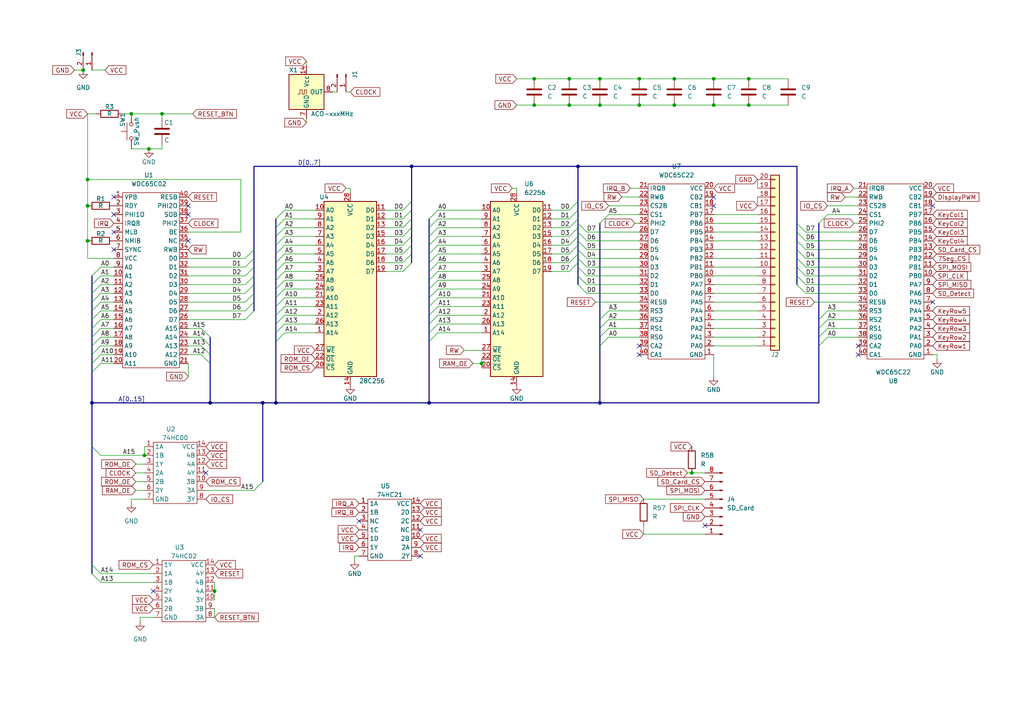
<source format=kicad_sch>
(kicad_sch (version 20230121) (generator eeschema)
  (paper "A4")
  (bus_alias "Address" (members "A0" "A1" "A2" "A3" "A4" "A5" "A6" "A7" "A8" "A9" "A10" "A11" "A12" "A13" "A14" "A15"))
  (junction (at 139.7 105.41))
  (junction (at 24.13 20.32))
  (junction (at 165.1 30.48))
  (junction (at 60.96 116.84))
  (junction (at 62.23 171.45))
  (junction (at 154.94 30.48))
  (junction (at 25.4 69.85))
  (junction (at 41.91 132.08))
  (junction (at 26.67 116.84))
  (junction (at 167.64 48.26))
  (junction (at 76.2 116.84))
  (junction (at 173.99 22.86))
  (junction (at 80.01 116.84))
  (junction (at 43.18 43.18))
  (junction (at 165.1 22.86))
  (junction (at 119.38 48.26))
  (junction (at 124.46 116.84))
  (junction (at 173.99 30.48))
  (junction (at 185.42 30.48))
  (junction (at 185.42 22.86))
  (junction (at 207.01 30.48))
  (junction (at 217.17 30.48))
  (junction (at 173.99 116.84))
  (junction (at 25.4 59.69))
  (junction (at 25.4 52.07))
  (junction (at 200.66 137.16))
  (junction (at 217.17 22.86))
  (junction (at 207.01 22.86))
  (junction (at 195.58 30.48))
  (junction (at 46.99 33.02))
  (junction (at 38.1 33.02))
  (junction (at 154.94 22.86))
  (junction (at 195.58 22.86))
  (no_connect (at 207.01 57.15))
  (no_connect (at 33.02 62.23))
  (no_connect (at 270.51 87.63))
  (no_connect (at 207.01 59.69))
  (no_connect (at 270.51 59.69))
  (no_connect (at 104.14 151.13))
  (no_connect (at 121.92 153.67))
  (no_connect (at 185.42 102.87))
  (no_connect (at 248.92 100.33))
  (no_connect (at 33.02 57.15))
  (no_connect (at 44.45 171.45))
  (no_connect (at 54.61 62.23))
  (no_connect (at 185.42 100.33))
  (no_connect (at 54.61 69.85))
  (no_connect (at 59.69 137.16))
  (no_connect (at 248.92 102.87))
  (no_connect (at 204.47 152.4))
  (no_connect (at 54.61 59.69))
  (no_connect (at 33.02 72.39))
  (no_connect (at 121.92 161.29))
  (no_connect (at 33.02 67.31))
  (bus_entry (at 165.1 60.96) (size 2.54 -2.54))
  (bus_entry (at 80.01 63.5) (size 2.54 -2.54))
  (bus_entry (at 73.66 142.24) (size 2.54 -2.54))
  (bus_entry (at 124.46 91.44) (size 2.54 -2.54))
  (bus_entry (at 26.67 163.83) (size 2.54 2.54))
  (bus_entry (at 71.12 77.47) (size 2.54 -2.54))
  (bus_entry (at 124.46 73.66) (size 2.54 -2.54))
  (bus_entry (at 231.14 80.01) (size 2.54 2.54))
  (bus_entry (at 80.01 76.2) (size 2.54 -2.54))
  (bus_entry (at 80.01 86.36) (size 2.54 -2.54))
  (bus_entry (at 26.67 92.71) (size 2.54 -2.54))
  (bus_entry (at 80.01 68.58) (size 2.54 -2.54))
  (bus_entry (at 165.1 76.2) (size 2.54 -2.54))
  (bus_entry (at 80.01 78.74) (size 2.54 -2.54))
  (bus_entry (at 80.01 83.82) (size 2.54 -2.54))
  (bus_entry (at 165.1 66.04) (size 2.54 -2.54))
  (bus_entry (at 173.99 64.77) (size 2.54 -2.54))
  (bus_entry (at 237.49 95.25) (size 2.54 -2.54))
  (bus_entry (at 231.14 64.77) (size 2.54 2.54))
  (bus_entry (at 167.64 67.31) (size 2.54 2.54))
  (bus_entry (at 167.64 82.55) (size 2.54 2.54))
  (bus_entry (at 119.38 71.12) (size -2.54 2.54))
  (bus_entry (at 237.49 64.77) (size 2.54 -2.54))
  (bus_entry (at 26.67 166.37) (size 2.54 2.54))
  (bus_entry (at 231.14 77.47) (size 2.54 2.54))
  (bus_entry (at 119.38 66.04) (size -2.54 2.54))
  (bus_entry (at 119.38 76.2) (size -2.54 2.54))
  (bus_entry (at 124.46 76.2) (size 2.54 -2.54))
  (bus_entry (at 237.49 100.33) (size 2.54 -2.54))
  (bus_entry (at 165.1 71.12) (size 2.54 -2.54))
  (bus_entry (at 231.14 82.55) (size 2.54 2.54))
  (bus_entry (at 167.64 74.93) (size 2.54 2.54))
  (bus_entry (at 119.38 68.58) (size -2.54 2.54))
  (bus_entry (at 71.12 74.93) (size 2.54 -2.54))
  (bus_entry (at 26.67 82.55) (size 2.54 -2.54))
  (bus_entry (at 26.67 107.95) (size 2.54 -2.54))
  (bus_entry (at 124.46 99.06) (size 2.54 -2.54))
  (bus_entry (at 80.01 91.44) (size 2.54 -2.54))
  (bus_entry (at 165.1 63.5) (size 2.54 -2.54))
  (bus_entry (at 231.14 69.85) (size 2.54 2.54))
  (bus_entry (at 71.12 90.17) (size 2.54 -2.54))
  (bus_entry (at 237.49 97.79) (size 2.54 -2.54))
  (bus_entry (at 26.67 90.17) (size 2.54 -2.54))
  (bus_entry (at 26.67 85.09) (size 2.54 -2.54))
  (bus_entry (at 173.99 100.33) (size 2.54 -2.54))
  (bus_entry (at 71.12 85.09) (size 2.54 -2.54))
  (bus_entry (at 71.12 87.63) (size 2.54 -2.54))
  (bus_entry (at 124.46 96.52) (size 2.54 -2.54))
  (bus_entry (at 26.67 95.25) (size 2.54 -2.54))
  (bus_entry (at 119.38 63.5) (size -2.54 2.54))
  (bus_entry (at 26.67 102.87) (size 2.54 -2.54))
  (bus_entry (at 71.12 82.55) (size 2.54 -2.54))
  (bus_entry (at 124.46 93.98) (size 2.54 -2.54))
  (bus_entry (at 167.64 80.01) (size 2.54 2.54))
  (bus_entry (at 26.67 87.63) (size 2.54 -2.54))
  (bus_entry (at 124.46 63.5) (size 2.54 -2.54))
  (bus_entry (at 124.46 81.28) (size 2.54 -2.54))
  (bus_entry (at 167.64 69.85) (size 2.54 2.54))
  (bus_entry (at 26.67 100.33) (size 2.54 -2.54))
  (bus_entry (at 165.1 78.74) (size 2.54 -2.54))
  (bus_entry (at 165.1 68.58) (size 2.54 -2.54))
  (bus_entry (at 26.67 129.54) (size 2.54 2.54))
  (bus_entry (at 26.67 105.41) (size 2.54 -2.54))
  (bus_entry (at 124.46 66.04) (size 2.54 -2.54))
  (bus_entry (at 173.99 97.79) (size 2.54 -2.54))
  (bus_entry (at 167.64 64.77) (size 2.54 2.54))
  (bus_entry (at 80.01 66.04) (size 2.54 -2.54))
  (bus_entry (at 119.38 73.66) (size -2.54 2.54))
  (bus_entry (at 167.64 72.39) (size 2.54 2.54))
  (bus_entry (at 80.01 99.06) (size 2.54 -2.54))
  (bus_entry (at 173.99 95.25) (size 2.54 -2.54))
  (bus_entry (at 58.42 95.25) (size 2.54 2.54))
  (bus_entry (at 173.99 92.71) (size 2.54 -2.54))
  (bus_entry (at 124.46 78.74) (size 2.54 -2.54))
  (bus_entry (at 231.14 74.93) (size 2.54 2.54))
  (bus_entry (at 58.42 97.79) (size 2.54 2.54))
  (bus_entry (at 124.46 83.82) (size 2.54 -2.54))
  (bus_entry (at 26.67 97.79) (size 2.54 -2.54))
  (bus_entry (at 124.46 86.36) (size 2.54 -2.54))
  (bus_entry (at 71.12 92.71) (size 2.54 -2.54))
  (bus_entry (at 80.01 93.98) (size 2.54 -2.54))
  (bus_entry (at 71.12 80.01) (size 2.54 -2.54))
  (bus_entry (at 124.46 68.58) (size 2.54 -2.54))
  (bus_entry (at 119.38 58.42) (size -2.54 2.54))
  (bus_entry (at 124.46 71.12) (size 2.54 -2.54))
  (bus_entry (at 58.42 100.33) (size 2.54 2.54))
  (bus_entry (at 80.01 96.52) (size 2.54 -2.54))
  (bus_entry (at 80.01 81.28) (size 2.54 -2.54))
  (bus_entry (at 165.1 73.66) (size 2.54 -2.54))
  (bus_entry (at 80.01 88.9) (size 2.54 -2.54))
  (bus_entry (at 58.42 102.87) (size 2.54 2.54))
  (bus_entry (at 119.38 60.96) (size -2.54 2.54))
  (bus_entry (at 80.01 73.66) (size 2.54 -2.54))
  (bus_entry (at 80.01 71.12) (size 2.54 -2.54))
  (bus_entry (at 26.67 80.01) (size 2.54 -2.54))
  (bus_entry (at 231.14 72.39) (size 2.54 2.54))
  (bus_entry (at 124.46 88.9) (size 2.54 -2.54))
  (bus_entry (at 237.49 92.71) (size 2.54 -2.54))
  (bus_entry (at 167.64 77.47) (size 2.54 2.54))
  (bus_entry (at 231.14 67.31) (size 2.54 2.54))
  (bus (pts (xy 167.64 48.26) (xy 167.64 58.42)))
  (bus (pts (xy 124.46 83.82) (xy 124.46 86.36)))
  (bus (pts (xy 80.01 96.52) (xy 80.01 99.06)))
  (wire (pts (xy 54.61 80.01) (xy 71.12 80.01)))
  (wire (pts (xy 82.55 81.28) (xy 91.44 81.28)))
  (bus (pts (xy 231.14 67.31) (xy 231.14 69.85)))
  (wire (pts (xy 207.01 95.25) (xy 219.71 95.25)))
  (wire (pts (xy 127 60.96) (xy 139.7 60.96)))
  (bus (pts (xy 73.66 72.39) (xy 73.66 74.93)))
  (wire (pts (xy 240.03 59.69) (xy 248.92 59.69)))
  (bus (pts (xy 26.67 105.41) (xy 26.67 107.95)))
  (bus (pts (xy 80.01 73.66) (xy 80.01 76.2)))
  (wire (pts (xy 207.01 92.71) (xy 219.71 92.71)))
  (wire (pts (xy 160.02 63.5) (xy 165.1 63.5)))
  (wire (pts (xy 233.68 69.85) (xy 248.92 69.85)))
  (wire (pts (xy 46.99 33.02) (xy 55.88 33.02)))
  (bus (pts (xy 119.38 71.12) (xy 119.38 73.66)))
  (wire (pts (xy 29.21 92.71) (xy 33.02 92.71)))
  (wire (pts (xy 207.01 90.17) (xy 219.71 90.17)))
  (bus (pts (xy 167.64 80.01) (xy 167.64 82.55)))
  (wire (pts (xy 62.23 176.53) (xy 62.23 179.07)))
  (wire (pts (xy 29.21 102.87) (xy 33.02 102.87)))
  (wire (pts (xy 137.16 105.41) (xy 139.7 105.41)))
  (wire (pts (xy 240.03 90.17) (xy 248.92 90.17)))
  (wire (pts (xy 160.02 76.2) (xy 165.1 76.2)))
  (wire (pts (xy 127 66.04) (xy 139.7 66.04)))
  (bus (pts (xy 80.01 86.36) (xy 80.01 88.9)))
  (wire (pts (xy 165.1 30.48) (xy 173.99 30.48)))
  (wire (pts (xy 185.42 22.86) (xy 195.58 22.86)))
  (wire (pts (xy 160.02 73.66) (xy 165.1 73.66)))
  (bus (pts (xy 73.66 48.26) (xy 119.38 48.26)))
  (wire (pts (xy 217.17 30.48) (xy 228.6 30.48)))
  (wire (pts (xy 207.01 77.47) (xy 219.71 77.47)))
  (wire (pts (xy 54.61 82.55) (xy 71.12 82.55)))
  (wire (pts (xy 111.76 73.66) (xy 116.84 73.66)))
  (wire (pts (xy 54.61 90.17) (xy 71.12 90.17)))
  (bus (pts (xy 231.14 64.77) (xy 231.14 67.31)))
  (wire (pts (xy 96.52 26.67) (xy 97.79 26.67)))
  (wire (pts (xy 204.47 144.78) (xy 186.69 144.78)))
  (bus (pts (xy 80.01 63.5) (xy 80.01 66.04)))
  (wire (pts (xy 207.01 69.85) (xy 219.71 69.85)))
  (bus (pts (xy 60.96 105.41) (xy 60.96 116.84)))
  (wire (pts (xy 219.71 57.15) (xy 219.71 59.69)))
  (wire (pts (xy 207.01 64.77) (xy 219.71 64.77)))
  (bus (pts (xy 80.01 76.2) (xy 80.01 78.74)))
  (wire (pts (xy 30.48 20.32) (xy 26.67 20.32)))
  (wire (pts (xy 29.21 105.41) (xy 33.02 105.41)))
  (bus (pts (xy 119.38 73.66) (xy 119.38 76.2)))
  (bus (pts (xy 167.64 67.31) (xy 167.64 68.58)))
  (bus (pts (xy 237.49 64.77) (xy 237.49 92.71)))
  (wire (pts (xy 43.18 43.18) (xy 46.99 43.18)))
  (bus (pts (xy 76.2 139.7) (xy 76.2 116.84)))
  (bus (pts (xy 124.46 78.74) (xy 124.46 81.28)))
  (wire (pts (xy 127 96.52) (xy 139.7 96.52)))
  (bus (pts (xy 60.96 102.87) (xy 60.96 105.41)))
  (wire (pts (xy 127 81.28) (xy 139.7 81.28)))
  (bus (pts (xy 124.46 81.28) (xy 124.46 83.82)))
  (wire (pts (xy 170.18 72.39) (xy 185.42 72.39)))
  (wire (pts (xy 25.4 59.69) (xy 25.4 69.85)))
  (wire (pts (xy 127 83.82) (xy 139.7 83.82)))
  (wire (pts (xy 185.42 87.63) (xy 172.72 87.63)))
  (wire (pts (xy 127 93.98) (xy 139.7 93.98)))
  (wire (pts (xy 29.21 166.37) (xy 44.45 166.37)))
  (wire (pts (xy 160.02 68.58) (xy 165.1 68.58)))
  (wire (pts (xy 233.68 67.31) (xy 248.92 67.31)))
  (wire (pts (xy 134.62 101.6) (xy 139.7 101.6)))
  (bus (pts (xy 26.67 116.84) (xy 26.67 129.54)))
  (wire (pts (xy 54.61 105.41) (xy 54.61 109.22)))
  (bus (pts (xy 124.46 88.9) (xy 124.46 91.44)))
  (bus (pts (xy 124.46 96.52) (xy 124.46 99.06)))
  (wire (pts (xy 207.01 100.33) (xy 219.71 100.33)))
  (bus (pts (xy 26.67 85.09) (xy 26.67 87.63)))
  (wire (pts (xy 170.18 85.09) (xy 185.42 85.09)))
  (wire (pts (xy 207.01 97.79) (xy 219.71 97.79)))
  (wire (pts (xy 240.03 97.79) (xy 248.92 97.79)))
  (bus (pts (xy 26.67 95.25) (xy 26.67 97.79)))
  (bus (pts (xy 124.46 66.04) (xy 124.46 68.58)))
  (wire (pts (xy 111.76 76.2) (xy 116.84 76.2)))
  (bus (pts (xy 80.01 71.12) (xy 80.01 73.66)))
  (wire (pts (xy 82.55 93.98) (xy 91.44 93.98)))
  (wire (pts (xy 59.69 142.24) (xy 73.66 142.24)))
  (wire (pts (xy 207.01 87.63) (xy 219.71 87.63)))
  (wire (pts (xy 41.91 139.7) (xy 39.37 139.7)))
  (bus (pts (xy 231.14 77.47) (xy 231.14 80.01)))
  (bus (pts (xy 26.67 100.33) (xy 26.67 102.87)))
  (bus (pts (xy 124.46 76.2) (xy 124.46 78.74)))
  (wire (pts (xy 54.61 95.25) (xy 58.42 95.25)))
  (wire (pts (xy 25.4 33.02) (xy 27.94 33.02)))
  (wire (pts (xy 204.47 137.16) (xy 200.66 137.16)))
  (wire (pts (xy 195.58 22.86) (xy 207.01 22.86)))
  (bus (pts (xy 80.01 68.58) (xy 80.01 71.12)))
  (bus (pts (xy 124.46 73.66) (xy 124.46 76.2)))
  (bus (pts (xy 26.67 80.01) (xy 26.67 82.55)))
  (wire (pts (xy 233.68 82.55) (xy 248.92 82.55)))
  (wire (pts (xy 139.7 105.41) (xy 139.7 106.68)))
  (wire (pts (xy 127 73.66) (xy 139.7 73.66)))
  (wire (pts (xy 149.86 22.86) (xy 154.94 22.86)))
  (wire (pts (xy 207.01 72.39) (xy 219.71 72.39)))
  (wire (pts (xy 29.21 90.17) (xy 33.02 90.17)))
  (bus (pts (xy 119.38 66.04) (xy 119.38 68.58)))
  (wire (pts (xy 173.99 30.48) (xy 185.42 30.48)))
  (wire (pts (xy 54.61 100.33) (xy 58.42 100.33)))
  (wire (pts (xy 38.1 33.02) (xy 46.99 33.02)))
  (wire (pts (xy 207.01 82.55) (xy 219.71 82.55)))
  (wire (pts (xy 233.68 85.09) (xy 248.92 85.09)))
  (bus (pts (xy 231.14 74.93) (xy 231.14 77.47)))
  (wire (pts (xy 185.42 30.48) (xy 195.58 30.48)))
  (wire (pts (xy 88.9 17.78) (xy 88.9 19.05)))
  (bus (pts (xy 167.64 72.39) (xy 167.64 73.66)))
  (wire (pts (xy 207.01 62.23) (xy 219.71 62.23)))
  (bus (pts (xy 26.67 92.71) (xy 26.67 95.25)))
  (bus (pts (xy 167.64 63.5) (xy 167.64 64.77)))
  (wire (pts (xy 82.55 73.66) (xy 91.44 73.66)))
  (bus (pts (xy 119.38 60.96) (xy 119.38 63.5)))
  (bus (pts (xy 26.67 129.54) (xy 26.67 163.83)))
  (wire (pts (xy 29.21 77.47) (xy 33.02 77.47)))
  (wire (pts (xy 149.86 30.48) (xy 154.94 30.48)))
  (wire (pts (xy 54.61 87.63) (xy 71.12 87.63)))
  (wire (pts (xy 207.01 74.93) (xy 219.71 74.93)))
  (wire (pts (xy 25.4 33.02) (xy 25.4 52.07)))
  (wire (pts (xy 40.64 179.07) (xy 44.45 179.07)))
  (wire (pts (xy 170.18 82.55) (xy 185.42 82.55)))
  (wire (pts (xy 29.21 100.33) (xy 33.02 100.33)))
  (wire (pts (xy 25.4 69.85) (xy 25.4 74.93)))
  (bus (pts (xy 73.66 87.63) (xy 73.66 90.17)))
  (wire (pts (xy 236.22 87.63) (xy 248.92 87.63)))
  (wire (pts (xy 111.76 78.74) (xy 116.84 78.74)))
  (wire (pts (xy 139.7 104.14) (xy 139.7 105.41)))
  (wire (pts (xy 54.61 74.93) (xy 71.12 74.93)))
  (bus (pts (xy 73.66 85.09) (xy 73.66 87.63)))
  (wire (pts (xy 29.21 82.55) (xy 33.02 82.55)))
  (wire (pts (xy 102.87 162.56) (xy 102.87 161.29)))
  (bus (pts (xy 80.01 99.06) (xy 80.01 116.84)))
  (bus (pts (xy 73.66 48.26) (xy 73.66 72.39)))
  (bus (pts (xy 173.99 64.77) (xy 173.99 92.71)))
  (wire (pts (xy 82.55 68.58) (xy 91.44 68.58)))
  (bus (pts (xy 26.67 87.63) (xy 26.67 90.17)))
  (bus (pts (xy 73.66 77.47) (xy 73.66 80.01)))
  (bus (pts (xy 167.64 74.93) (xy 167.64 76.2)))
  (wire (pts (xy 82.55 66.04) (xy 91.44 66.04)))
  (wire (pts (xy 62.23 171.45) (xy 62.23 173.99)))
  (wire (pts (xy 54.61 92.71) (xy 71.12 92.71)))
  (wire (pts (xy 127 86.36) (xy 139.7 86.36)))
  (bus (pts (xy 237.49 100.33) (xy 237.49 116.84)))
  (wire (pts (xy 41.91 142.24) (xy 39.37 142.24)))
  (bus (pts (xy 124.46 116.84) (xy 173.99 116.84)))
  (bus (pts (xy 167.64 69.85) (xy 167.64 71.12)))
  (bus (pts (xy 124.46 99.06) (xy 124.46 116.84)))
  (wire (pts (xy 160.02 71.12) (xy 165.1 71.12)))
  (wire (pts (xy 127 76.2) (xy 139.7 76.2)))
  (bus (pts (xy 167.64 73.66) (xy 167.64 74.93)))
  (wire (pts (xy 233.68 77.47) (xy 248.92 77.47)))
  (bus (pts (xy 60.96 97.79) (xy 60.96 100.33)))
  (wire (pts (xy 127 63.5) (xy 139.7 63.5)))
  (wire (pts (xy 245.11 57.15) (xy 248.92 57.15)))
  (bus (pts (xy 26.67 82.55) (xy 26.67 85.09)))
  (wire (pts (xy 195.58 30.48) (xy 207.01 30.48)))
  (wire (pts (xy 207.01 30.48) (xy 217.17 30.48)))
  (wire (pts (xy 40.64 180.34) (xy 40.64 179.07)))
  (wire (pts (xy 160.02 78.74) (xy 165.1 78.74)))
  (bus (pts (xy 124.46 68.58) (xy 124.46 71.12)))
  (wire (pts (xy 54.61 85.09) (xy 71.12 85.09)))
  (bus (pts (xy 119.38 48.26) (xy 167.64 48.26)))
  (bus (pts (xy 26.67 97.79) (xy 26.67 100.33)))
  (wire (pts (xy 127 71.12) (xy 139.7 71.12)))
  (wire (pts (xy 185.42 54.61) (xy 182.88 54.61)))
  (wire (pts (xy 41.91 129.54) (xy 41.91 132.08)))
  (wire (pts (xy 127 68.58) (xy 139.7 68.58)))
  (bus (pts (xy 231.14 48.26) (xy 231.14 64.77)))
  (wire (pts (xy 111.76 63.5) (xy 116.84 63.5)))
  (wire (pts (xy 82.55 78.74) (xy 91.44 78.74)))
  (wire (pts (xy 176.53 62.23) (xy 185.42 62.23)))
  (wire (pts (xy 176.53 92.71) (xy 185.42 92.71)))
  (wire (pts (xy 207.01 102.87) (xy 207.01 109.22)))
  (wire (pts (xy 82.55 88.9) (xy 91.44 88.9)))
  (bus (pts (xy 80.01 88.9) (xy 80.01 91.44)))
  (bus (pts (xy 80.01 91.44) (xy 80.01 93.98)))
  (bus (pts (xy 73.66 74.93) (xy 73.66 77.47)))
  (wire (pts (xy 149.86 54.61) (xy 149.86 55.88)))
  (wire (pts (xy 102.87 161.29) (xy 104.14 161.29)))
  (bus (pts (xy 26.67 90.17) (xy 26.67 92.71)))
  (wire (pts (xy 148.59 54.61) (xy 149.86 54.61)))
  (wire (pts (xy 200.66 137.16) (xy 199.39 137.16)))
  (wire (pts (xy 207.01 80.01) (xy 219.71 80.01)))
  (wire (pts (xy 82.55 96.52) (xy 91.44 96.52)))
  (wire (pts (xy 100.33 54.61) (xy 101.6 54.61)))
  (wire (pts (xy 127 91.44) (xy 139.7 91.44)))
  (wire (pts (xy 176.53 59.69) (xy 185.42 59.69)))
  (wire (pts (xy 101.6 54.61) (xy 101.6 55.88)))
  (bus (pts (xy 26.67 107.95) (xy 26.67 116.84)))
  (wire (pts (xy 240.03 92.71) (xy 248.92 92.71)))
  (bus (pts (xy 80.01 81.28) (xy 80.01 83.82)))
  (bus (pts (xy 124.46 71.12) (xy 124.46 73.66)))
  (bus (pts (xy 237.49 95.25) (xy 237.49 97.79)))
  (wire (pts (xy 180.34 57.15) (xy 185.42 57.15)))
  (wire (pts (xy 29.21 95.25) (xy 33.02 95.25)))
  (wire (pts (xy 54.61 97.79) (xy 58.42 97.79)))
  (bus (pts (xy 80.01 116.84) (xy 124.46 116.84)))
  (wire (pts (xy 176.53 90.17) (xy 185.42 90.17)))
  (bus (pts (xy 119.38 48.26) (xy 119.38 58.42)))
  (wire (pts (xy 82.55 71.12) (xy 91.44 71.12)))
  (wire (pts (xy 82.55 83.82) (xy 91.44 83.82)))
  (bus (pts (xy 119.38 68.58) (xy 119.38 71.12)))
  (bus (pts (xy 167.64 60.96) (xy 167.64 63.5)))
  (wire (pts (xy 207.01 85.09) (xy 219.71 85.09)))
  (bus (pts (xy 231.14 72.39) (xy 231.14 74.93)))
  (wire (pts (xy 173.99 22.86) (xy 185.42 22.86)))
  (wire (pts (xy 29.21 132.08) (xy 41.91 132.08)))
  (wire (pts (xy 111.76 60.96) (xy 116.84 60.96)))
  (wire (pts (xy 43.18 43.18) (xy 38.1 43.18)))
  (wire (pts (xy 38.1 144.78) (xy 41.91 144.78)))
  (wire (pts (xy 69.85 52.07) (xy 69.85 67.31)))
  (wire (pts (xy 240.03 95.25) (xy 248.92 95.25)))
  (wire (pts (xy 29.21 97.79) (xy 33.02 97.79)))
  (wire (pts (xy 248.92 54.61) (xy 247.65 54.61)))
  (wire (pts (xy 82.55 76.2) (xy 91.44 76.2)))
  (wire (pts (xy 154.94 22.86) (xy 165.1 22.86)))
  (wire (pts (xy 41.91 134.62) (xy 39.37 134.62)))
  (bus (pts (xy 124.46 86.36) (xy 124.46 88.9)))
  (bus (pts (xy 73.66 80.01) (xy 73.66 82.55)))
  (wire (pts (xy 270.51 102.87) (xy 271.78 102.87)))
  (bus (pts (xy 237.49 92.71) (xy 237.49 95.25)))
  (wire (pts (xy 38.1 146.05) (xy 38.1 144.78)))
  (wire (pts (xy 111.76 66.04) (xy 116.84 66.04)))
  (bus (pts (xy 80.01 83.82) (xy 80.01 86.36)))
  (wire (pts (xy 165.1 22.86) (xy 173.99 22.86)))
  (bus (pts (xy 167.64 48.26) (xy 231.14 48.26)))
  (wire (pts (xy 88.9 34.29) (xy 88.9 35.56)))
  (wire (pts (xy 82.55 91.44) (xy 91.44 91.44)))
  (bus (pts (xy 231.14 80.01) (xy 231.14 82.55)))
  (wire (pts (xy 170.18 80.01) (xy 185.42 80.01)))
  (wire (pts (xy 82.55 60.96) (xy 91.44 60.96)))
  (wire (pts (xy 170.18 77.47) (xy 185.42 77.47)))
  (wire (pts (xy 54.61 77.47) (xy 71.12 77.47)))
  (wire (pts (xy 170.18 67.31) (xy 185.42 67.31)))
  (wire (pts (xy 170.18 74.93) (xy 185.42 74.93)))
  (wire (pts (xy 271.78 102.87) (xy 271.78 104.14)))
  (wire (pts (xy 160.02 60.96) (xy 165.1 60.96)))
  (wire (pts (xy 100.33 26.67) (xy 101.6 26.67)))
  (bus (pts (xy 167.64 76.2) (xy 167.64 77.47)))
  (wire (pts (xy 25.4 74.93) (xy 33.02 74.93)))
  (wire (pts (xy 204.47 154.94) (xy 186.69 154.94)))
  (bus (pts (xy 80.01 78.74) (xy 80.01 81.28)))
  (bus (pts (xy 80.01 66.04) (xy 80.01 68.58)))
  (wire (pts (xy 111.76 68.58) (xy 116.84 68.58)))
  (wire (pts (xy 29.21 168.91) (xy 44.45 168.91)))
  (bus (pts (xy 173.99 116.84) (xy 237.49 116.84)))
  (wire (pts (xy 217.17 22.86) (xy 228.6 22.86)))
  (wire (pts (xy 46.99 41.91) (xy 46.99 43.18)))
  (wire (pts (xy 35.56 33.02) (xy 38.1 33.02)))
  (wire (pts (xy 29.21 85.09) (xy 33.02 85.09)))
  (wire (pts (xy 233.68 72.39) (xy 248.92 72.39)))
  (bus (pts (xy 60.96 116.84) (xy 76.2 116.84)))
  (bus (pts (xy 173.99 95.25) (xy 173.99 97.79)))
  (wire (pts (xy 127 88.9) (xy 139.7 88.9)))
  (wire (pts (xy 248.92 64.77) (xy 247.65 64.77)))
  (bus (pts (xy 167.64 66.04) (xy 167.64 67.31)))
  (wire (pts (xy 207.01 22.86) (xy 217.17 22.86)))
  (wire (pts (xy 29.21 87.63) (xy 33.02 87.63)))
  (bus (pts (xy 167.64 58.42) (xy 167.64 60.96)))
  (wire (pts (xy 29.21 80.01) (xy 33.02 80.01)))
  (wire (pts (xy 186.69 152.4) (xy 186.69 154.94)))
  (bus (pts (xy 60.96 100.33) (xy 60.96 102.87)))
  (bus (pts (xy 26.67 163.83) (xy 26.67 166.37)))
  (wire (pts (xy 160.02 66.04) (xy 165.1 66.04)))
  (bus (pts (xy 231.14 69.85) (xy 231.14 72.39)))
  (wire (pts (xy 41.91 137.16) (xy 39.37 137.16)))
  (wire (pts (xy 170.18 69.85) (xy 185.42 69.85)))
  (wire (pts (xy 127 78.74) (xy 139.7 78.74)))
  (wire (pts (xy 25.4 52.07) (xy 25.4 59.69)))
  (bus (pts (xy 26.67 102.87) (xy 26.67 105.41)))
  (bus (pts (xy 119.38 63.5) (xy 119.38 66.04)))
  (bus (pts (xy 80.01 93.98) (xy 80.01 96.52)))
  (bus (pts (xy 237.49 97.79) (xy 237.49 100.33)))
  (wire (pts (xy 46.99 33.02) (xy 46.99 34.29)))
  (bus (pts (xy 173.99 97.79) (xy 173.99 100.33)))
  (bus (pts (xy 76.2 116.84) (xy 80.01 116.84)))
  (wire (pts (xy 82.55 63.5) (xy 91.44 63.5)))
  (bus (pts (xy 167.64 64.77) (xy 167.64 66.04)))
  (bus (pts (xy 167.64 68.58) (xy 167.64 69.85)))
  (wire (pts (xy 233.68 80.01) (xy 248.92 80.01)))
  (wire (pts (xy 69.85 67.31) (xy 54.61 67.31)))
  (bus (pts (xy 26.67 116.84) (xy 60.96 116.84)))
  (wire (pts (xy 233.68 74.93) (xy 248.92 74.93)))
  (bus (pts (xy 173.99 100.33) (xy 173.99 116.84)))
  (wire (pts (xy 62.23 168.91) (xy 62.23 171.45)))
  (wire (pts (xy 219.71 52.07) (xy 219.71 54.61)))
  (wire (pts (xy 54.61 102.87) (xy 58.42 102.87)))
  (wire (pts (xy 176.53 95.25) (xy 185.42 95.25)))
  (bus (pts (xy 119.38 58.42) (xy 119.38 60.96)))
  (bus (pts (xy 173.99 92.71) (xy 173.99 95.25)))
  (wire (pts (xy 24.13 20.32) (xy 21.59 20.32)))
  (wire (pts (xy 111.76 71.12) (xy 116.84 71.12)))
  (bus (pts (xy 124.46 91.44) (xy 124.46 93.98)))
  (bus (pts (xy 167.64 77.47) (xy 167.64 80.01)))
  (wire (pts (xy 207.01 67.31) (xy 219.71 67.31)))
  (wire (pts (xy 176.53 97.79) (xy 185.42 97.79)))
  (wire (pts (xy 240.03 62.23) (xy 248.92 62.23)))
  (wire (pts (xy 154.94 30.48) (xy 165.1 30.48)))
  (bus (pts (xy 124.46 93.98) (xy 124.46 96.52)))
  (bus (pts (xy 73.66 82.55) (xy 73.66 85.09)))
  (wire (pts (xy 185.42 64.77) (xy 184.15 64.77)))
  (bus (pts (xy 124.46 63.5) (xy 124.46 66.04)))
  (bus (pts (xy 167.64 71.12) (xy 167.64 72.39)))
  (wire (pts (xy 25.4 52.07) (xy 69.85 52.07)))
  (wire (pts (xy 82.55 86.36) (xy 91.44 86.36)))
  (label "A8" (at 85.09 81.28 180))
  (label "D1" (at 170.18 82.55 0))
  (label "D5" (at 67.31 87.63 0))
  (label "A4" (at 31.75 87.63 180))
  (label "A0" (at 176.53 97.79 0))
  (label "D5" (at 162.56 73.66 0))
  (label "D7" (at 114.3 78.74 0))
  (label "A1" (at 240.03 95.25 0))
  (label "D2" (at 233.68 80.01 0))
  (label "A5" (at 85.09 73.66 180))
  (label "A8" (at 129.54 81.28 180))
  (label "D3" (at 170.18 77.47 0))
  (label "D4" (at 162.56 71.12 0))
  (label "A8" (at 31.75 97.79 180))
  (label "D4" (at 67.31 85.09 0))
  (label "D0" (at 67.31 74.93 0))
  (label "A10" (at 33.02 102.87 180))
  (label "A0" (at 129.54 60.96 180))
  (label "A12" (at 86.36 91.44 180))
  (label "A0" (at 240.03 97.79 0))
  (label "D7" (at 67.31 92.71 0))
  (label "D0" (at 233.68 85.09 0))
  (label "D3" (at 67.31 82.55 0))
  (label "D6" (at 67.31 90.17 0))
  (label "A5" (at 129.54 73.66 180))
  (label "A14" (at 55.88 97.79 0))
  (label "A2" (at 176.53 92.71 0))
  (label "A1" (at 176.53 95.25 0))
  (label "A4" (at 129.54 71.12 180))
  (label "A7" (at 31.75 95.25 180))
  (label "A3" (at 31.75 85.09 180))
  (label "A15" (at 35.56 132.08 0))
  (label "D6" (at 233.68 69.85 0))
  (label "A1" (at 129.54 63.5 180))
  (label "D0" (at 170.18 85.09 0))
  (label "A2" (at 31.75 82.55 180))
  (label "A12" (at 55.88 102.87 0))
  (label "A6" (at 85.09 76.2 180))
  (label "A10" (at 130.81 86.36 180))
  (label "A0" (at 31.75 77.47 180))
  (label "A11" (at 86.36 88.9 180))
  (label "D3" (at 233.68 77.47 0))
  (label "D4" (at 170.18 74.93 0))
  (label "A1" (at 85.09 63.5 180))
  (label "A13" (at 130.81 93.98 180))
  (label "A6" (at 31.75 92.71 180))
  (label "D5" (at 170.18 72.39 0))
  (label "A9" (at 31.75 100.33 180))
  (label "D1" (at 67.31 77.47 0))
  (label "A2" (at 240.03 92.71 0))
  (label "A3" (at 176.53 90.17 0))
  (label "A3" (at 129.54 68.58 180))
  (label "D7" (at 170.18 67.31 0))
  (label "D0" (at 114.3 60.96 0))
  (label "D2" (at 67.31 80.01 0))
  (label "A15" (at 69.85 142.24 0))
  (label "A14" (at 86.36 96.52 180))
  (label "A3" (at 240.03 90.17 0))
  (label "A11" (at 130.81 88.9 180))
  (label "A13" (at 55.88 100.33 0))
  (label "A15" (at 55.88 95.25 0))
  (label "D2" (at 170.18 80.01 0))
  (label "D6" (at 162.56 76.2 0))
  (label "A0" (at 85.09 60.96 180))
  (label "D7" (at 233.68 67.31 0))
  (label "A2" (at 85.09 66.04 180))
  (label "A6" (at 129.54 76.2 180))
  (label "D[0..7]" (at 86.36 48.26 0))
  (label "D3" (at 162.56 68.58 0))
  (label "D5" (at 114.3 73.66 0))
  (label "A5" (at 176.53 62.23 0))
  (label "A9" (at 129.54 83.82 180))
  (label "D5" (at 233.68 72.39 0))
  (label "D7" (at 162.56 78.74 0))
  (label "A1" (at 31.75 80.01 180))
  (label "A10" (at 86.36 86.36 180))
  (label "A[0..15]" (at 34.29 116.84 0))
  (label "D6" (at 170.18 69.85 0))
  (label "A9" (at 85.09 83.82 180))
  (label "A12" (at 130.81 91.44 180))
  (label "D1" (at 233.68 82.55 0))
  (label "A5" (at 31.75 90.17 180))
  (label "A4" (at 241.3 62.23 0))
  (label "D1" (at 114.3 63.5 0))
  (label "A14" (at 130.81 96.52 180))
  (label "A4" (at 85.09 71.12 180))
  (label "A7" (at 129.54 78.74 180))
  (label "D3" (at 114.3 68.58 0))
  (label "A2" (at 129.54 66.04 180))
  (label "A11" (at 33.02 105.41 180))
  (label "D0" (at 162.56 60.96 0))
  (label "A3" (at 85.09 68.58 180))
  (label "D6" (at 114.3 76.2 0))
  (label "A14" (at 29.21 166.37 0))
  (label "A13" (at 29.21 168.91 0))
  (label "D1" (at 162.56 63.5 0))
  (label "A7" (at 85.09 78.74 180))
  (label "D4" (at 233.68 74.93 0))
  (label "D4" (at 114.3 71.12 0))
  (label "A13" (at 86.36 93.98 180))
  (label "D2" (at 162.56 66.04 0))
  (label "D2" (at 114.3 66.04 0))
  (global_label "IRQ_A" (shape input) (at 104.14 146.05 180) (property "Intersheetrefs" "${INTERSHEET_REFS}" (effects hide)))
  (global_label "KeyCol3" (shape input) (at 270.51 67.31 0) (property "Intersheetrefs" "${INTERSHEET_REFS}" (effects hide)))
  (global_label "KeyRow3" (shape input) (at 270.51 95.25 0) (property "Intersheetrefs" "${INTERSHEET_REFS}" (effects hide)))
  (global_label "VCC" (shape input) (at 219.71 59.69 180) (property "Intersheetrefs" "${INTERSHEET_REFS}" (effects hide)))
  (global_label "VCC" (shape input) (at 91.44 101.6 180) (property "Intersheetrefs" "${INTERSHEET_REFS}" (effects hide)))
  (global_label "SD_Detect" (shape input) (at 199.39 137.16 180) (property "Intersheetrefs" "${INTERSHEET_REFS}" (effects hide)))
  (global_label "SD_Detect" (shape input) (at 270.51 85.09 0) (property "Intersheetrefs" "${INTERSHEET_REFS}" (effects hide)))
  (global_label "GND" (shape input) (at 54.61 109.22 180) (property "Intersheetrefs" "${INTERSHEET_REFS}" (effects hide)))
  (global_label "RESET" (shape input) (at 62.23 166.37 0) (property "Intersheetrefs" "${INTERSHEET_REFS}" (effects hide)))
  (global_label "ROM_OE" (shape input) (at 39.37 134.62 180) (property "Intersheetrefs" "${INTERSHEET_REFS}" (effects hide)))
  (global_label "IRQ_B" (shape input) (at 182.88 54.61 180) (property "Intersheetrefs" "${INTERSHEET_REFS}" (effects hide)))
  (global_label "KeyCol4" (shape input) (at 270.51 69.85 0) (property "Intersheetrefs" "${INTERSHEET_REFS}" (effects hide)))
  (global_label "IRQ" (shape input) (at 33.02 64.77 180) (property "Intersheetrefs" "${INTERSHEET_REFS}" (effects hide)))
  (global_label "CLOCK" (shape input) (at 247.65 64.77 180) (property "Intersheetrefs" "${INTERSHEET_REFS}" (effects hide)))
  (global_label "GND" (shape input) (at 21.59 20.32 180) (property "Intersheetrefs" "${INTERSHEET_REFS}" (effects hide)))
  (global_label "7Seg_CS" (shape input) (at 270.51 74.93 0) (property "Intersheetrefs" "${INTERSHEET_REFS}" (effects hide)))
  (global_label "SPI_MOSI" (shape input) (at 204.47 142.24 180) (property "Intersheetrefs" "${INTERSHEET_REFS}" (effects hide)))
  (global_label "VCC" (shape input) (at 59.69 134.62 0) (property "Intersheetrefs" "${INTERSHEET_REFS}" (effects hide)))
  (global_label "SD_Card_CS" (shape input) (at 204.47 139.7 180) (property "Intersheetrefs" "${INTERSHEET_REFS}" (effects hide)))
  (global_label "SPI_MISO" (shape input) (at 270.51 82.55 0) (property "Intersheetrefs" "${INTERSHEET_REFS}" (effects hide)))
  (global_label "VCC" (shape input) (at 121.92 146.05 0) (property "Intersheetrefs" "${INTERSHEET_REFS}" (effects hide)))
  (global_label "VCC" (shape input) (at 121.92 156.21 0) (property "Intersheetrefs" "${INTERSHEET_REFS}" (effects hide)))
  (global_label "VCC" (shape input) (at 104.14 156.21 180) (property "Intersheetrefs" "${INTERSHEET_REFS}" (effects hide)))
  (global_label "RESET_BTN" (shape input) (at 62.23 179.07 0) (property "Intersheetrefs" "${INTERSHEET_REFS}" (effects hide)))
  (global_label "ROM_OE" (shape input) (at 91.44 104.14 180) (property "Intersheetrefs" "${INTERSHEET_REFS}" (effects hide)))
  (global_label "KeyRow5" (shape input) (at 270.51 90.17 0) (property "Intersheetrefs" "${INTERSHEET_REFS}" (effects hide)))
  (global_label "VCC" (shape input) (at 30.48 20.32 0) (property "Intersheetrefs" "${INTERSHEET_REFS}" (effects hide)))
  (global_label "RW" (shape input) (at 54.61 72.39 0) (property "Intersheetrefs" "${INTERSHEET_REFS}" (effects hide)))
  (global_label "VCC" (shape input) (at 186.69 154.94 180) (property "Intersheetrefs" "${INTERSHEET_REFS}" (effects hide)))
  (global_label "CLOCK" (shape input) (at 54.61 64.77 0) (property "Intersheetrefs" "${INTERSHEET_REFS}" (effects hide)))
  (global_label "KeyRow2" (shape input) (at 270.51 97.79 0) (property "Intersheetrefs" "${INTERSHEET_REFS}" (effects hide)))
  (global_label "IO_CS" (shape input) (at 240.03 59.69 180) (property "Intersheetrefs" "${INTERSHEET_REFS}" (effects hide)))
  (global_label "ROM_CS" (shape input) (at 44.45 163.83 180) (property "Intersheetrefs" "${INTERSHEET_REFS}" (effects hide)))
  (global_label "SPI_MOSI" (shape input) (at 270.51 77.47 0) (property "Intersheetrefs" "${INTERSHEET_REFS}" (effects hide)))
  (global_label "RAM_OE" (shape input) (at 39.37 142.24 180) (property "Intersheetrefs" "${INTERSHEET_REFS}" (effects hide)))
  (global_label "KeyCol1" (shape input) (at 270.51 62.23 0) (property "Intersheetrefs" "${INTERSHEET_REFS}" (effects hide)))
  (global_label "DisplayPWM" (shape input) (at 270.51 57.15 0) (property "Intersheetrefs" "${INTERSHEET_REFS}" (effects hide)))
  (global_label "RW" (shape input) (at 245.11 57.15 180) (property "Intersheetrefs" "${INTERSHEET_REFS}" (effects hide)))
  (global_label "ROM_OE" (shape input) (at 39.37 139.7 180) (property "Intersheetrefs" "${INTERSHEET_REFS}" (effects hide)))
  (global_label "VCC" (shape input) (at 121.92 148.59 0) (property "Intersheetrefs" "${INTERSHEET_REFS}" (effects hide)))
  (global_label "VCC" (shape input) (at 200.66 129.54 180) (property "Intersheetrefs" "${INTERSHEET_REFS}" (effects hide)))
  (global_label "VCC" (shape input) (at 62.23 163.83 0) (property "Intersheetrefs" "${INTERSHEET_REFS}" (effects hide)))
  (global_label "VCC" (shape input) (at 25.4 33.02 180) (property "Intersheetrefs" "${INTERSHEET_REFS}" (effects hide)))
  (global_label "VCC" (shape input) (at 207.01 54.61 0) (property "Intersheetrefs" "${INTERSHEET_REFS}" (effects hide)))
  (global_label "IO_CS" (shape input) (at 176.53 59.69 180) (property "Intersheetrefs" "${INTERSHEET_REFS}" (effects hide)))
  (global_label "VCC" (shape input) (at 121.92 158.75 0) (property "Intersheetrefs" "${INTERSHEET_REFS}" (effects hide)))
  (global_label "VCC" (shape input) (at 121.92 151.13 0) (property "Intersheetrefs" "${INTERSHEET_REFS}" (effects hide)))
  (global_label "GND" (shape input) (at 219.71 52.07 180) (property "Intersheetrefs" "${INTERSHEET_REFS}" (effects hide)))
  (global_label "KeyCol2" (shape input) (at 270.51 64.77 0) (property "Intersheetrefs" "${INTERSHEET_REFS}" (effects hide)))
  (global_label "VCC" (shape input) (at 104.14 153.67 180) (property "Intersheetrefs" "${INTERSHEET_REFS}" (effects hide)))
  (global_label "ROM_CS" (shape input) (at 59.69 139.7 0) (property "Intersheetrefs" "${INTERSHEET_REFS}" (effects hide)))
  (global_label "RW" (shape input) (at 134.62 101.6 180) (property "Intersheetrefs" "${INTERSHEET_REFS}" (effects hide)))
  (global_label "VCC" (shape input) (at 149.86 22.86 180) (property "Intersheetrefs" "${INTERSHEET_REFS}" (effects hide)))
  (global_label "RESET" (shape input) (at 54.61 57.15 0) (property "Intersheetrefs" "${INTERSHEET_REFS}" (effects hide)))
  (global_label "GND" (shape input) (at 149.86 30.48 180) (property "Intersheetrefs" "${INTERSHEET_REFS}" (effects hide)))
  (global_label "RW" (shape input) (at 180.34 57.15 180) (property "Intersheetrefs" "${INTERSHEET_REFS}" (effects hide)))
  (global_label "VCC" (shape input) (at 59.69 129.54 0) (property "Intersheetrefs" "${INTERSHEET_REFS}" (effects hide)))
  (global_label "GND" (shape input) (at 204.47 149.86 180) (property "Intersheetrefs" "${INTERSHEET_REFS}" (effects hide)))
  (global_label "VCC" (shape input) (at 59.69 132.08 0) (property "Intersheetrefs" "${INTERSHEET_REFS}" (effects hide)))
  (global_label "SPI_CLK" (shape input) (at 270.51 80.01 0) (property "Intersheetrefs" "${INTERSHEET_REFS}" (effects hide)))
  (global_label "SD_Card_CS" (shape input) (at 270.51 72.39 0) (property "Intersheetrefs" "${INTERSHEET_REFS}" (effects hide)))
  (global_label "RESET_BTN" (shape input) (at 55.88 33.02 0) (property "Intersheetrefs" "${INTERSHEET_REFS}" (effects hide)))
  (global_label "GND" (shape input) (at 88.9 35.56 180) (property "Intersheetrefs" "${INTERSHEET_REFS}" (effects hide)))
  (global_label "KeyRow4" (shape input) (at 270.51 92.71 0) (property "Intersheetrefs" "${INTERSHEET_REFS}" (effects hide)))
  (global_label "IRQ" (shape input) (at 104.14 158.75 180) (property "Intersheetrefs" "${INTERSHEET_REFS}" (effects hide)))
  (global_label "VCC" (shape input) (at 44.45 173.99 180) (property "Intersheetrefs" "${INTERSHEET_REFS}" (effects hide)))
  (global_label "VCC" (shape input) (at 100.33 54.61 180) (property "Intersheetrefs" "${INTERSHEET_REFS}" (effects hide)))
  (global_label "IRQ_A" (shape input) (at 247.65 54.61 180) (property "Intersheetrefs" "${INTERSHEET_REFS}" (effects hide)))
  (global_label "CLOCK" (shape input) (at 101.6 26.67 0) (property "Intersheetrefs" "${INTERSHEET_REFS}" (effects hide)))
  (global_label "KeyRow1" (shape input) (at 270.51 100.33 0) (property "Intersheetrefs" "${INTERSHEET_REFS}" (effects hide)))
  (global_label "SPI_CLK" (shape input) (at 204.47 147.32 180) (property "Intersheetrefs" "${INTERSHEET_REFS}" (effects hide)))
  (global_label "IO_CS" (shape input) (at 59.69 144.78 0) (property "Intersheetrefs" "${INTERSHEET_REFS}" (effects hide)))
  (global_label "IRQ_B" (shape input) (at 104.14 148.59 180) (property "Intersheetrefs" "${INTERSHEET_REFS}" (effects hide)))
  (global_label "SPI_MISO" (shape input) (at 186.69 144.78 180) (property "Intersheetrefs" "${INTERSHEET_REFS}" (effects hide)))
  (global_label "CLOCK" (shape input) (at 39.37 137.16 180) (property "Intersheetrefs" "${INTERSHEET_REFS}" (effects hide)))
  (global_label "ROM_CS" (shape input) (at 91.44 106.68 180) (property "Intersheetrefs" "${INTERSHEET_REFS}" (effects hide)))
  (global_label "CLOCK" (shape input) (at 184.15 64.77 180) (property "Intersheetrefs" "${INTERSHEET_REFS}" (effects hide)))
  (global_label "RESET" (shape input) (at 172.72 87.63 180) (property "Intersheetrefs" "${INTERSHEET_REFS}" (effects hide)))
  (global_label "RESET" (shape input) (at 236.22 87.63 180) (property "Intersheetrefs" "${INTERSHEET_REFS}" (effects hide)))
  (global_label "VCC" (shape input) (at 270.51 54.61 0) (property "Intersheetrefs" "${INTERSHEET_REFS}" (effects hide)))
  (global_label "VCC" (shape input) (at 44.45 176.53 180) (property "Intersheetrefs" "${INTERSHEET_REFS}" (effects hide)))
  (global_label "VCC" (shape input) (at 148.59 54.61 180) (property "Intersheetrefs" "${INTERSHEET_REFS}" (effects hide)))
  (global_label "RAM_OE" (shape input) (at 137.16 105.41 180) (property "Intersheetrefs" "${INTERSHEET_REFS}" (effects hide)))
  (global_label "VCC" (shape input) (at 88.9 17.78 180) (property "Intersheetrefs" "${INTERSHEET_REFS}" (effects hide)))
  (symbol (lib_id "Device:C") (at 165.1 26.67 0) (unit 1)
    (property "Reference" "C3" (at 168.91 25.3999 0) (effects (justify left)))
    (property "Value" "C" (at 168.91 27.9399 0) (effects (justify left)))
    (property "Footprint" "Alius_6502:C_Axial_L3.8mm_D2.6mm_P7.50mm_Horizontal" (effects hide))
  )
  (symbol (lib_id "Alius:RAM62256") (at 149.86 82.55 0) (unit 1)
    (property "Reference" "U6" (at 152.0541 53.34 0) (effects (justify left)))
    (property "Value" "62256" (at 152.0541 55.88 0) (effects (justify left)))
    (property "Footprint" "Alius_6502:28-pin-DIP" (effects hide))
  )
  (symbol (lib_id "Device:C") (at 217.17 26.67 0) (unit 1)
    (property "Reference" "C8" (at 220.98 25.3999 0) (effects (justify left)))
    (property "Value" "C" (at 220.98 27.9399 0) (effects (justify left)))
    (property "Footprint" "Alius_6502:C_Axial_L3.8mm_D2.6mm_P7.50mm_Horizontal" (effects hide))
  )
  (symbol (lib_id "Memory_EEPROM:28C256") (at 101.6 83.82 0) (unit 1)
    (property "Reference" "U4" (at 93.98 57.15 0))
    (property "Value" "28C256" (at 104.14 110.49 0) (effects (justify left)))
    (property "Footprint" "Alius_6502:28-pin-DIP" (effects hide))
    (property "Datasheet" "http://ww1.microchip.com/downloads/en/DeviceDoc/doc0006.pdf" (effects hide))
  )
  (symbol (lib_id "Device:C") (at 228.6 26.67 0) (unit 1)
    (property "Reference" "C9" (at 232.41 25.3999 0) (effects (justify left)))
    (property "Value" "C" (at 232.41 27.9399 0) (effects (justify left)))
    (property "Footprint" "Alius_6502:C_Axial_L3.8mm_D2.6mm_P7.50mm_Horizontal" (effects hide))
  )
  (symbol (lib_name "GND_4") (lib_id "power:GND") (at 271.78 104.14 0) (unit 1)
    (property "Reference" "#PWR01" (effects hide))
    (property "Value" "GND" (at 271.78 107.95 0))
  )
  (symbol (lib_id "Connector:Conn_01x02_Pin") (at 100.33 21.59 270) (unit 1)
    (property "Reference" "J1" (at 102.87 21.59 0))
    (property "Value" "Conn_01x02_Male" (effects hide))
    (property "Footprint" "Alius_6502:2_pin_header" (effects hide))
  )
  (symbol (lib_name "GND_2") (lib_id "power:GND") (at 24.13 20.32 0) (unit 1)
    (property "Reference" "#PWR0103" (effects hide))
    (property "Value" "GND" (at 24.13 25.4 0))
  )
  (symbol (lib_id "power:GND") (at 149.86 111.76 0) (unit 1)
    (property "Reference" "#PWR0108" (effects hide))
    (property "Value" "GND" (at 149.86 115.57 0))
  )
  (symbol (lib_id "Device:C") (at 185.42 26.67 0) (unit 1)
    (property "Reference" "C5" (at 189.23 25.3999 0) (effects (justify left)))
    (property "Value" "C" (at 189.23 27.9399 0) (effects (justify left)))
    (property "Footprint" "Alius_6502:C_Axial_L3.8mm_D2.6mm_P7.50mm_Horizontal" (effects hide))
  )
  (symbol (lib_id "Alius:WDC65C22") (at 259.08 110.49 180) (unit 1)
    (property "Reference" "U8" (at 259.08 110.49 0))
    (property "Value" "WDC65C22" (at 259.08 107.95 0))
    (property "Footprint" "Alius_6502:40-pin-DIP" (effects hide))
  )
  (symbol (lib_id "Device:R") (at 200.66 133.35 0) (unit 1)
    (property "Reference" "R58" (at 203.2 132.0799 0) (effects (justify left)))
    (property "Value" "R" (at 203.2 134.6199 0) (effects (justify left)))
    (property "Footprint" "Alius_6502:R_Axial_DIN0207_L6.3mm_D2.5mm_P10.16mm_Horizontal" (effects hide))
  )
  (symbol (lib_name "GND_7") (lib_id "power:GND") (at 40.64 180.34 0) (unit 1)
    (property "Reference" "#PWR0113" (effects hide))
    (property "Value" "GND" (at 40.64 185.42 0))
  )
  (symbol (lib_id "Connector:Conn_01x02_Pin") (at 26.67 15.24 270) (unit 1)
    (property "Reference" "J3" (at 22.86 15.24 0))
    (property "Value" "Power" (effects hide))
    (property "Footprint" "Alius_6502:2_pin_header" (effects hide))
  )
  (symbol (lib_id "Device:R") (at 31.75 33.02 90) (unit 1)
    (property "Reference" "R3" (at 31.75 30.988 90))
    (property "Value" "R" (at 31.75 33.02 90))
    (property "Footprint" "Alius_6502:R_Axial_DIN0207_L6.3mm_D2.5mm_P10.16mm_Horizontal" (effects hide))
  )
  (symbol (lib_id "Alius:74HC02") (at 53.34 171.45 0) (unit 1)
    (property "Reference" "U3" (at 52.07 158.75 0))
    (property "Value" "74HC02" (at 53.34 161.29 0))
    (property "Footprint" "Alius_6502:DIP-14_W7.62mm_Socket_LongPads" (effects hide))
  )
  (symbol (lib_id "Device:C") (at 195.58 26.67 0) (unit 1)
    (property "Reference" "C6" (at 199.39 25.3999 0) (effects (justify left)))
    (property "Value" "C" (at 199.39 27.9399 0) (effects (justify left)))
    (property "Footprint" "Alius_6502:C_Axial_L3.8mm_D2.6mm_P7.50mm_Horizontal" (effects hide))
  )
  (symbol (lib_id "Alius:74HC00") (at 50.8 135.89 0) (unit 1)
    (property "Reference" "U2" (at 49.53 124.46 0))
    (property "Value" "74HC00" (at 50.8 127 0))
    (property "Footprint" "Alius_6502:DIP-14_W7.62mm_Socket_LongPads" (effects hide))
  )
  (symbol (lib_name "GND_5") (lib_id "power:GND") (at 207.01 109.22 0) (unit 1)
    (property "Reference" "#PWR0107" (effects hide))
    (property "Value" "GND" (at 207.01 113.03 0))
  )
  (symbol (lib_name "GND_8") (lib_id "power:GND") (at 102.87 162.56 0) (unit 1)
    (property "Reference" "#PWR0110" (effects hide))
    (property "Value" "GND" (at 102.87 166.37 0))
  )
  (symbol (lib_id "Alius:WDC65C02") (at 44.45 77.47 0) (unit 1)
    (property "Reference" "U1" (at 43.18 50.8 0))
    (property "Value" "WDC65C02" (at 43.18 53.34 0))
    (property "Footprint" "Alius_6502:40-pin-DIP" (effects hide))
  )
  (symbol (lib_id "Device:C") (at 154.94 26.67 0) (unit 1)
    (property "Reference" "C2" (at 158.75 25.3999 0) (effects (justify left)))
    (property "Value" "C" (at 158.75 27.9399 0) (effects (justify left)))
    (property "Footprint" "Alius_6502:C_Axial_L3.8mm_D2.6mm_P7.50mm_Horizontal" (effects hide))
  )
  (symbol (lib_name "GND_1") (lib_id "power:GND") (at 38.1 146.05 0) (unit 1)
    (property "Reference" "#PWR0112" (effects hide))
    (property "Value" "GND" (at 38.1 151.13 0))
  )
  (symbol (lib_id "Connector_Generic:Conn_01x20") (at 224.79 77.47 0) (mirror x) (unit 1)
    (property "Reference" "J2" (at 224.79 102.87 0))
    (property "Value" "Conn_01x20" (effects hide))
    (property "Footprint" "Alius_6502:20pin header" (effects hide))
  )
  (symbol (lib_id "Connector:Conn_01x08_Pin") (at 209.55 147.32 180) (unit 1)
    (property "Reference" "J4" (at 210.82 144.78 0) (effects (justify right)))
    (property "Value" "SD_Card" (at 210.82 147.32 0) (effects (justify right)))
    (property "Footprint" "Alius_6502:SD_Card_Header" (effects hide))
  )
  (symbol (lib_id "Alius:WDC65C22") (at 195.58 110.49 180) (unit 1)
    (property "Reference" "U7" (at 196.215 48.26 0))
    (property "Value" "WDC65C22" (at 196.215 50.8 0))
    (property "Footprint" "Alius_6502:40-pin-DIP" (effects hide))
  )
  (symbol (lib_id "Switch:SW_Push") (at 38.1 38.1 90) (unit 1)
    (property "Reference" "SW1" (at 35.56 36.83 0) (effects (justify left)))
    (property "Value" "SW_Push" (at 39.624 38.1 0))
    (property "Footprint" "Alius_6502:push_switch" (effects hide))
  )
  (symbol (lib_id "Alius:74HC21") (at 113.03 153.67 0) (unit 1)
    (property "Reference" "U5" (at 111.76 140.97 0))
    (property "Value" "74HC21" (at 113.03 143.51 0))
    (property "Footprint" "Alius_6502:DIP-14_W7.62mm_Socket_LongPads" (effects hide))
  )
  (symbol (lib_id "Oscillator:ACO-xxxMHz") (at 88.9 26.67 0) (unit 1)
    (property "Reference" "X1" (at 83.82 20.32 0) (effects (justify left)))
    (property "Value" "ACO-xxxMHz" (at 90.17 33.02 0) (effects (justify left)))
    (property "Footprint" "Oscillator:Oscillator_DIP-14" (effects hide))
    (property "Datasheet" "http://www.conwin.com/datasheets/cx/cx030.pdf" (effects hide))
  )
  (symbol (lib_id "Device:R") (at 186.69 148.59 0) (unit 1)
    (property "Reference" "R57" (at 189.23 147.3199 0) (effects (justify left)))
    (property "Value" "R" (at 189.23 149.8599 0) (effects (justify left)))
    (property "Footprint" "Alius_6502:R_Axial_DIN0207_L6.3mm_D2.5mm_P10.16mm_Horizontal" (effects hide))
  )
  (symbol (lib_id "Device:C") (at 173.99 26.67 0) (unit 1)
    (property "Reference" "C4" (at 177.8 25.3999 0) (effects (justify left)))
    (property "Value" "C" (at 177.8 27.9399 0) (effects (justify left)))
    (property "Footprint" "Alius_6502:C_Axial_L3.8mm_D2.6mm_P7.50mm_Horizontal" (effects hide))
  )
  (symbol (lib_id "Device:R") (at 29.21 69.85 90) (unit 1)
    (property "Reference" "R2" (at 29.21 67.818 90))
    (property "Value" "R" (at 29.21 69.85 90))
    (property "Footprint" "Alius_6502:R_Axial_DIN0207_L6.3mm_D2.5mm_P10.16mm_Horizontal" (effects hide))
  )
  (symbol (lib_name "GND_6") (lib_id "power:GND") (at 101.6 111.76 0) (unit 1)
    (property "Reference" "#PWR0111" (effects hide))
    (property "Value" "GND" (at 101.6 115.57 0))
  )
  (symbol (lib_id "Device:C") (at 46.99 38.1 0) (unit 1)
    (property "Reference" "C1" (at 47.625 35.56 0) (effects (justify left)))
    (property "Value" "C" (at 47.625 40.64 0) (effects (justify left)))
    (property "Footprint" "Alius_6502:CP_Radial_D6.3mm_P2.50mm" (effects hide))
  )
  (symbol (lib_id "Device:R") (at 29.21 59.69 90) (unit 1)
    (property "Reference" "R1" (at 29.21 57.658 90))
    (property "Value" "R" (at 29.21 59.69 90))
    (property "Footprint" "Alius_6502:R_Axial_DIN0207_L6.3mm_D2.5mm_P10.16mm_Horizontal" (effects hide))
  )
  (symbol (lib_name "GND_3") (lib_id "power:GND") (at 43.18 43.18 0) (unit 1)
    (property "Reference" "#PWR0102" (effects hide))
    (property "Value" "GND" (at 43.18 46.99 0))
  )
  (symbol (lib_id "Device:C") (at 207.01 26.67 0) (unit 1)
    (property "Reference" "C7" (at 210.82 25.3999 0) (effects (justify left)))
    (property "Value" "C" (at 210.82 27.9399 0) (effects (justify left)))
    (property "Footprint" "Alius_6502:C_Axial_L3.8mm_D2.6mm_P7.50mm_Horizontal" (effects hide))
  )
  (sheet (at 312.42 15.24) (size 12.7 12.7) (stroke (width 0.1524))
    (property "Sheetname" "Display_sch" (at 312.42 14.5284 0) (effects (justify left bottom)))
    (property "Sheetfile" "Display_sch.kicad_sch" (at 312.42 28.5246 0) (effects (justify left top)))
  )
  (sheet (at 309.88 50.8) (size 12.7 11.43) (stroke (width 0.1524))
    (property "Sheetname" "keypad" (at 309.88 50.0884 0) (effects (justify left bottom)))
    (property "Sheetfile" "keypad_sch.kicad_sch" (at 309.88 62.8146 0) (effects (justify left top)))
  )
)
</source>
